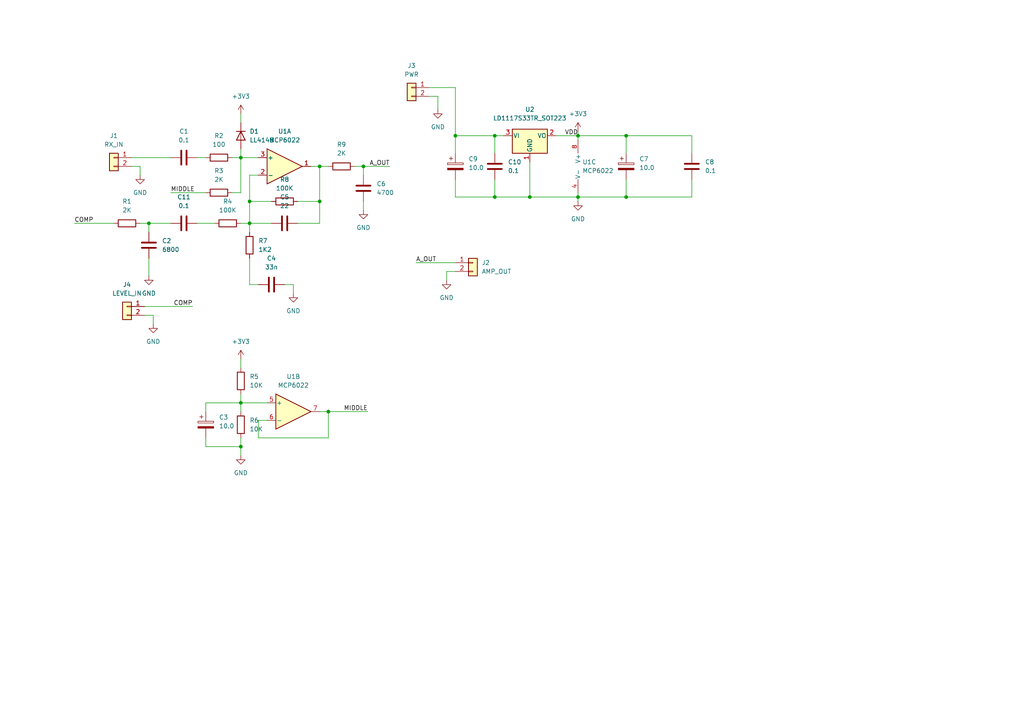
<source format=kicad_sch>
(kicad_sch (version 20211123) (generator eeschema)
  (paper "A4")
  (lib_symbols
    (symbol "Amplifier_Operational:MCP6022" (pin_names (offset 0.127))
      (property "Reference" "U" (at 0 5.08 0))
      (property "Value" "MCP6022" (at 0 -5.08 0))
      (symbol "MCP6022_1_1"
        (polyline (pts (xy -5.08 5.08) (xy 5.08 0) (xy -5.08 -5.08) (xy -5.08 5.08)) (stroke (width 0.254)) (fill (type background)))
        (pin output line (at 7.62 0 180) (length 2.54) (name "~") (number "1"))
        (pin input line (at -7.62 -2.54 0) (length 2.54) (name "-") (number "2"))
        (pin input line (at -7.62 2.54 0) (length 2.54) (name "+") (number "3"))
      )
      (symbol "MCP6022_2_1"
        (polyline (pts (xy -5.08 5.08) (xy 5.08 0) (xy -5.08 -5.08) (xy -5.08 5.08)) (stroke (width 0.254)) (fill (type background)))
        (pin input line (at -7.62 2.54 0) (length 2.54) (name "+") (number "5"))
        (pin input line (at -7.62 -2.54 0) (length 2.54) (name "-") (number "6"))
        (pin output line (at 7.62 0 180) (length 2.54) (name "~") (number "7"))
      )
      (symbol "MCP6022_3_1"
        (pin power_in line (at -2.54 -7.62 90) (length 3.81) (name "V-") (number "4"))
        (pin power_in line (at -2.54 7.62 270) (length 3.81) (name "V+") (number "8"))
      )
    )
    (symbol "Connector_Generic:Conn_01x02" (pin_names (offset 1.016) hide)
      (property "Reference" "J" (at 0 2.54 0))
      (property "Value" "Conn_01x02" (at 0 -5.08 0))
      (symbol "Conn_01x02_1_1"
        (rectangle (start -1.27 -2.413) (end 0 -2.667) (stroke (width 0.1524)))
        (rectangle (start -1.27 0.127) (end 0 -0.127) (stroke (width 0.1524)))
        (rectangle (start -1.27 1.27) (end 1.27 -3.81) (stroke (width 0.254)) (fill (type background)))
        (pin passive line (at -5.08 0 0) (length 3.81) (name "Pin_1") (number "1"))
        (pin passive line (at -5.08 -2.54 0) (length 3.81) (name "Pin_2") (number "2"))
      )
    )
    (symbol "Device:C" (pin_numbers hide) (pin_names (offset 0.254))
      (property "Reference" "C" (at 0.635 2.54 0))
      (property "Value" "C" (at 0.635 -2.54 0))
      (symbol "C_0_1"
        (polyline (pts (xy -2.032 -0.762) (xy 2.032 -0.762)) (stroke (width 0.508)))
        (polyline (pts (xy -2.032 0.762) (xy 2.032 0.762)) (stroke (width 0.508)))
      )
      (symbol "C_1_1"
        (pin passive line (at 0 3.81 270) (length 2.794) (name "~") (number "1"))
        (pin passive line (at 0 -3.81 90) (length 2.794) (name "~") (number "2"))
      )
    )
    (symbol "Device:C_Polarized" (pin_numbers hide) (pin_names (offset 0.254))
      (property "Reference" "C" (at 0.635 2.54 0))
      (property "Value" "C_Polarized" (at 0.635 -2.54 0))
      (symbol "C_Polarized_0_1"
        (rectangle (start -2.286 0.508) (end 2.286 1.016))
        (polyline (pts (xy -1.778 2.286) (xy -0.762 2.286)))
        (polyline (pts (xy -1.27 2.794) (xy -1.27 1.778)))
        (rectangle (start 2.286 -0.508) (end -2.286 -1.016) (fill (type outline)))
      )
      (symbol "C_Polarized_1_1"
        (pin passive line (at 0 3.81 270) (length 2.794) (name "~") (number "1"))
        (pin passive line (at 0 -3.81 90) (length 2.794) (name "~") (number "2"))
      )
    )
    (symbol "Device:R" (pin_numbers hide) (pin_names (offset 0))
      (property "Reference" "R" (at 2.032 0 90))
      (property "Value" "R" (at 0 0 90))
      (symbol "R_0_1"
        (rectangle (start -1.016 -2.54) (end 1.016 2.54) (stroke (width 0.254)))
      )
      (symbol "R_1_1"
        (pin passive line (at 0 3.81 270) (length 1.27) (name "~") (number "1"))
        (pin passive line (at 0 -3.81 90) (length 1.27) (name "~") (number "2"))
      )
    )
    (symbol "Diode:LL4148" (pin_numbers hide) (pin_names hide)
      (property "Reference" "D" (at 0 2.54 0))
      (property "Value" "LL4148" (at 0 -2.54 0))
      (symbol "LL4148_0_1"
        (polyline (pts (xy -1.27 1.27) (xy -1.27 -1.27)) (stroke (width 0.254)))
        (polyline (pts (xy 1.27 0) (xy -1.27 0)))
        (polyline (pts (xy 1.27 1.27) (xy 1.27 -1.27) (xy -1.27 0) (xy 1.27 1.27)) (stroke (width 0.254)))
      )
      (symbol "LL4148_1_1"
        (pin passive line (at -3.81 0 0) (length 2.54) (name "K") (number "1"))
        (pin passive line (at 3.81 0 180) (length 2.54) (name "A") (number "2"))
      )
    )
    (symbol "Regulator_Linear:LD1117S33TR_SOT223" (pin_names (offset 0.254))
      (property "Reference" "U" (at -3.81 3.175 0))
      (property "Value" "LD1117S33TR_SOT223" (at 0 3.175 0))
      (symbol "LD1117S33TR_SOT223_0_1"
        (rectangle (start -5.08 -5.08) (end 5.08 1.905) (stroke (width 0.254)) (fill (type background)))
      )
      (symbol "LD1117S33TR_SOT223_1_1"
        (pin power_in line (at 0 -7.62 90) (length 2.54) (name "GND") (number "1"))
        (pin power_out line (at 7.62 0 180) (length 2.54) (name "VO") (number "2"))
        (pin power_in line (at -7.62 0 0) (length 2.54) (name "VI") (number "3"))
      )
    )
    (symbol "power:+3V3" (power) (pin_names (offset 0))
      (property "Value" "+3V3" (at 0 3.556 0))
      (symbol "+3V3_0_1"
        (polyline (pts (xy -0.762 1.27) (xy 0 2.54)))
        (polyline (pts (xy 0 0) (xy 0 2.54)))
        (polyline (pts (xy 0 2.54) (xy 0.762 1.27)))
      )
      (symbol "+3V3_1_1"
        (pin power_in line (at 0 0 90) (length 0) hide (name "+3V3") (number "1"))
      )
    )
    (symbol "power:GND" (power) (pin_names (offset 0))
      (property "Value" "GND" (at 0 -3.81 0))
      (symbol "GND_0_1"
        (polyline (pts (xy 0 0) (xy 0 -1.27) (xy 1.27 -1.27) (xy 0 -2.54) (xy -1.27 -1.27) (xy 0 -1.27)))
      )
      (symbol "GND_1_1"
        (pin power_in line (at 0 0 270) (length 0) hide (name "GND") (number "1"))
      )
    )
  )
  (junction (at 105.41 48.26))
  (junction (at 153.67 57.15))
  (junction (at 92.71 58.42))
  (junction (at 95.25 119.38))
  (junction (at 132.08 39.37))
  (junction (at 69.85 45.72))
  (junction (at 143.51 39.37))
  (junction (at 72.39 58.42))
  (junction (at 181.61 57.15))
  (junction (at 92.71 48.26))
  (junction (at 167.64 39.37))
  (junction (at 69.85 116.84))
  (junction (at 181.61 39.37))
  (junction (at 167.64 57.15))
  (junction (at 69.85 129.54))
  (junction (at 43.18 64.77))
  (junction (at 143.51 57.15))
  (junction (at 72.39 64.77))
  (wire (pts (xy 69.85 45.72) (xy 74.93 45.72)))
  (wire (pts (xy 105.41 50.8) (xy 105.41 48.26)))
  (wire (pts (xy 86.36 64.77) (xy 92.71 64.77)))
  (wire (pts (xy 105.41 48.26) (xy 102.87 48.26)))
  (wire (pts (xy 43.18 74.93) (xy 43.18 80.01)))
  (wire (pts (xy 59.69 129.54) (xy 69.85 129.54)))
  (wire (pts (xy 43.18 64.77) (xy 49.53 64.77)))
  (wire (pts (xy 43.18 64.77) (xy 43.18 67.31)))
  (wire (pts (xy 124.46 25.4) (xy 132.08 25.4)))
  (wire (pts (xy 120.65 76.2) (xy 132.08 76.2)))
  (wire (pts (xy 143.51 39.37) (xy 146.05 39.37)))
  (wire (pts (xy 105.41 58.42) (xy 105.41 60.96)))
  (wire (pts (xy 200.66 57.15) (xy 181.61 57.15)))
  (wire (pts (xy 167.64 55.88) (xy 167.64 57.15)))
  (wire (pts (xy 167.64 57.15) (xy 167.64 58.42)))
  (wire (pts (xy 153.67 57.15) (xy 167.64 57.15)))
  (wire (pts (xy 72.39 74.93) (xy 72.39 82.55)))
  (wire (pts (xy 41.91 91.44) (xy 44.45 91.44)))
  (wire (pts (xy 69.85 43.18) (xy 69.85 45.72)))
  (wire (pts (xy 40.64 48.26) (xy 38.1 48.26)))
  (wire (pts (xy 74.93 121.92) (xy 74.93 127)))
  (wire (pts (xy 200.66 39.37) (xy 181.61 39.37)))
  (wire (pts (xy 69.85 33.02) (xy 69.85 35.56)))
  (wire (pts (xy 74.93 82.55) (xy 72.39 82.55)))
  (wire (pts (xy 200.66 44.45) (xy 200.66 39.37)))
  (wire (pts (xy 69.85 45.72) (xy 69.85 55.88)))
  (wire (pts (xy 57.15 45.72) (xy 59.69 45.72)))
  (wire (pts (xy 132.08 39.37) (xy 143.51 39.37)))
  (wire (pts (xy 132.08 25.4) (xy 132.08 39.37)))
  (wire (pts (xy 69.85 114.3) (xy 69.85 116.84)))
  (wire (pts (xy 200.66 52.07) (xy 200.66 57.15)))
  (wire (pts (xy 105.41 48.26) (xy 113.03 48.26)))
  (wire (pts (xy 78.74 58.42) (xy 72.39 58.42)))
  (wire (pts (xy 69.85 127) (xy 69.85 129.54)))
  (wire (pts (xy 86.36 58.42) (xy 92.71 58.42)))
  (wire (pts (xy 95.25 119.38) (xy 106.68 119.38)))
  (wire (pts (xy 129.54 81.28) (xy 129.54 78.74)))
  (wire (pts (xy 127 31.75) (xy 127 27.94)))
  (wire (pts (xy 69.85 116.84) (xy 77.47 116.84)))
  (wire (pts (xy 127 27.94) (xy 124.46 27.94)))
  (wire (pts (xy 143.51 44.45) (xy 143.51 39.37)))
  (wire (pts (xy 85.09 82.55) (xy 82.55 82.55)))
  (wire (pts (xy 38.1 45.72) (xy 49.53 45.72)))
  (wire (pts (xy 92.71 48.26) (xy 90.17 48.26)))
  (wire (pts (xy 92.71 48.26) (xy 95.25 48.26)))
  (wire (pts (xy 143.51 57.15) (xy 153.67 57.15)))
  (wire (pts (xy 181.61 52.07) (xy 181.61 57.15)))
  (wire (pts (xy 69.85 64.77) (xy 72.39 64.77)))
  (wire (pts (xy 143.51 52.07) (xy 143.51 57.15)))
  (wire (pts (xy 95.25 127) (xy 95.25 119.38)))
  (wire (pts (xy 59.69 116.84) (xy 69.85 116.84)))
  (wire (pts (xy 181.61 44.45) (xy 181.61 39.37)))
  (wire (pts (xy 40.64 64.77) (xy 43.18 64.77)))
  (wire (pts (xy 41.91 88.9) (xy 55.88 88.9)))
  (wire (pts (xy 181.61 57.15) (xy 167.64 57.15)))
  (wire (pts (xy 153.67 46.99) (xy 153.67 57.15)))
  (wire (pts (xy 72.39 58.42) (xy 72.39 50.8)))
  (wire (pts (xy 72.39 64.77) (xy 72.39 58.42)))
  (wire (pts (xy 57.15 64.77) (xy 62.23 64.77)))
  (wire (pts (xy 132.08 44.45) (xy 132.08 39.37)))
  (wire (pts (xy 92.71 119.38) (xy 95.25 119.38)))
  (wire (pts (xy 72.39 64.77) (xy 72.39 67.31)))
  (wire (pts (xy 67.31 55.88) (xy 69.85 55.88)))
  (wire (pts (xy 44.45 93.98) (xy 44.45 91.44)))
  (wire (pts (xy 92.71 58.42) (xy 92.71 48.26)))
  (wire (pts (xy 78.74 64.77) (xy 72.39 64.77)))
  (wire (pts (xy 132.08 57.15) (xy 143.51 57.15)))
  (wire (pts (xy 67.31 45.72) (xy 69.85 45.72)))
  (wire (pts (xy 74.93 127) (xy 95.25 127)))
  (wire (pts (xy 167.64 38.1) (xy 167.64 39.37)))
  (wire (pts (xy 40.64 50.8) (xy 40.64 48.26)))
  (wire (pts (xy 132.08 52.07) (xy 132.08 57.15)))
  (wire (pts (xy 69.85 129.54) (xy 69.85 132.08)))
  (wire (pts (xy 49.53 55.88) (xy 59.69 55.88)))
  (wire (pts (xy 85.09 85.09) (xy 85.09 82.55)))
  (wire (pts (xy 69.85 104.14) (xy 69.85 106.68)))
  (wire (pts (xy 59.69 119.38) (xy 59.69 116.84)))
  (wire (pts (xy 92.71 64.77) (xy 92.71 58.42)))
  (wire (pts (xy 72.39 50.8) (xy 74.93 50.8)))
  (wire (pts (xy 77.47 121.92) (xy 74.93 121.92)))
  (wire (pts (xy 59.69 127) (xy 59.69 129.54)))
  (wire (pts (xy 129.54 78.74) (xy 132.08 78.74)))
  (wire (pts (xy 69.85 116.84) (xy 69.85 119.38)))
  (wire (pts (xy 181.61 39.37) (xy 167.64 39.37)))
  (wire (pts (xy 167.64 39.37) (xy 167.64 40.64)))
  (wire (pts (xy 21.59 64.77) (xy 33.02 64.77)))
  (wire (pts (xy 161.29 39.37) (xy 167.64 39.37)))
  (label "COMP" (at 55.88 88.9 180))
  (label "COMP" (at 21.59 64.77 0))
  (label "MIDDLE" (at 106.68 119.38 180))
  (label "MIDDLE" (at 49.53 55.88 0))
  (label "A_OUT" (at 113.03 48.26 180))
  (label "VDD" (at 167.64 39.37 180))
  (label "A_OUT" (at 120.65 76.2 0))
  (symbol (lib_id "Diode:LL4148") (at 69.85 39.37 270) (unit 1)
    (property "Reference" "D1" (at 72.39 38.0999 90) (effects (justify left)))
    (property "Value" "LL4148" (at 72.39 40.6399 90) (effects (justify left)))
    (property "Footprint" "Diode_SMD:D_1206_3216Metric_Pad1.42x1.75mm_HandSolder" (effects hide))
    (property "Datasheet" "http://www.vishay.com/docs/85557/ll4148.pdf" (effects hide))
  )
  (symbol (lib_id "Amplifier_Operational:MCP6022") (at 82.55 48.26 0) (unit 1)
    (property "Reference" "U1" (at 82.55 38.1 0))
    (property "Value" "MCP6022" (at 82.55 40.64 0))
    (property "Footprint" "Package_SO:SOIC-8_3.9x4.9mm_P1.27mm" (effects hide))
    (property "Datasheet" "http://ww1.microchip.com/downloads/en/devicedoc/20001685e.pdf" (effects hide))
  )
  (symbol (lib_id "Device:C") (at 53.34 64.77 90) (unit 1)
    (property "Reference" "C11" (at 53.34 57.15 90))
    (property "Value" "0.1" (at 53.34 59.69 90))
    (property "Footprint" "Capacitor_SMD:C_1206_3216Metric_Pad1.33x1.80mm_HandSolder" (effects hide))
  )
  (symbol (lib_id "power:GND") (at 44.45 93.98 0) (unit 1)
    (property "Reference" "#PWR0101" (effects hide))
    (property "Value" "GND" (at 44.45 99.06 0))
  )
  (symbol (lib_id "Device:C") (at 82.55 64.77 90) (unit 1)
    (property "Reference" "C5" (at 82.55 57.15 90))
    (property "Value" "22" (at 82.55 59.69 90))
    (property "Footprint" "Capacitor_THT:C_Disc_D8.0mm_W2.5mm_P5.00mm" (effects hide))
  )
  (symbol (lib_id "power:GND") (at 127 31.75 0) (unit 1)
    (property "Reference" "#PWR0102" (effects hide))
    (property "Value" "GND" (at 127 36.83 0))
  )
  (symbol (lib_id "Device:R") (at 72.39 71.12 180) (unit 1)
    (property "Reference" "R7" (at 74.93 69.8499 0) (effects (justify right)))
    (property "Value" "1K2" (at 74.93 72.3899 0) (effects (justify right)))
    (property "Footprint" "Resistor_SMD:R_1206_3216Metric_Pad1.30x1.75mm_HandSolder" (effects hide))
  )
  (symbol (lib_id "Connector_Generic:Conn_01x02") (at 33.02 45.72 0) (mirror y) (unit 1)
    (property "Reference" "J1" (at 33.02 39.37 0))
    (property "Value" "RX_IN" (at 33.02 41.91 0))
    (property "Footprint" "Connector_PinHeader_2.54mm:PinHeader_1x02_P2.54mm_Vertical" (effects hide))
  )
  (symbol (lib_id "Device:R") (at 69.85 110.49 0) (unit 1)
    (property "Reference" "R5" (at 72.39 109.2199 0) (effects (justify left)))
    (property "Value" "10K" (at 72.39 111.7599 0) (effects (justify left)))
    (property "Footprint" "Resistor_SMD:R_1206_3216Metric_Pad1.30x1.75mm_HandSolder" (effects hide))
  )
  (symbol (lib_id "power:GND") (at 69.85 132.08 0) (unit 1)
    (property "Reference" "#PWR05" (effects hide))
    (property "Value" "GND" (at 69.85 137.16 0))
  )
  (symbol (lib_id "Device:R") (at 99.06 48.26 90) (unit 1)
    (property "Reference" "R9" (at 99.06 41.91 90))
    (property "Value" "2K" (at 99.06 44.45 90))
    (property "Footprint" "Resistor_SMD:R_1206_3216Metric_Pad1.30x1.75mm_HandSolder" (effects hide))
  )
  (symbol (lib_id "Device:R") (at 63.5 45.72 90) (unit 1)
    (property "Reference" "R2" (at 63.5 39.37 90))
    (property "Value" "100" (at 63.5 41.91 90))
    (property "Footprint" "Resistor_SMD:R_1206_3216Metric_Pad1.30x1.75mm_HandSolder" (effects hide))
  )
  (symbol (lib_id "Device:R") (at 69.85 123.19 0) (unit 1)
    (property "Reference" "R6" (at 72.39 121.9199 0) (effects (justify left)))
    (property "Value" "10K" (at 72.39 124.4599 0) (effects (justify left)))
    (property "Footprint" "Resistor_SMD:R_1206_3216Metric_Pad1.30x1.75mm_HandSolder" (effects hide))
  )
  (symbol (lib_id "Device:C") (at 43.18 71.12 0) (unit 1)
    (property "Reference" "C2" (at 46.99 69.8499 0) (effects (justify left)))
    (property "Value" "6800" (at 46.99 72.3899 0) (effects (justify left)))
    (property "Footprint" "Capacitor_THT:C_Disc_D3.4mm_W2.1mm_P2.50mm" (effects hide))
  )
  (symbol (lib_id "Regulator_Linear:LD1117S33TR_SOT223") (at 153.67 39.37 0) (unit 1)
    (property "Reference" "U2" (at 153.67 31.75 0))
    (property "Value" "LD1117S33TR_SOT223" (at 153.67 34.29 0))
    (property "Footprint" "Package_TO_SOT_SMD:SOT-223-3_TabPin2" (effects hide))
    (property "Datasheet" "http://www.st.com/st-web-ui/static/active/en/resource/technical/document/datasheet/CD00000544.pdf" (effects hide))
  )
  (symbol (lib_id "power:GND") (at 85.09 85.09 0) (unit 1)
    (property "Reference" "#PWR06" (effects hide))
    (property "Value" "GND" (at 85.09 90.17 0))
  )
  (symbol (lib_id "Device:C") (at 200.66 48.26 0) (unit 1)
    (property "Reference" "C8" (at 204.47 46.9899 0) (effects (justify left)))
    (property "Value" "0.1" (at 204.47 49.5299 0) (effects (justify left)))
    (property "Footprint" "Capacitor_SMD:C_1206_3216Metric_Pad1.33x1.80mm_HandSolder" (effects hide))
  )
  (symbol (lib_id "power:+3V3") (at 69.85 104.14 0) (unit 1)
    (property "Reference" "#PWR04" (effects hide))
    (property "Value" "+3V3" (at 69.85 99.06 0))
  )
  (symbol (lib_id "Device:C_Polarized") (at 132.08 48.26 0) (unit 1)
    (property "Reference" "C9" (at 135.89 46.1009 0) (effects (justify left)))
    (property "Value" "10.0" (at 135.89 48.6409 0) (effects (justify left)))
    (property "Footprint" "Capacitor_Tantalum_SMD:CP_EIA-7132-20_AVX-U_Pad2.72x3.50mm_HandSolder" (effects hide))
  )
  (symbol (lib_id "power:GND") (at 167.64 58.42 0) (unit 1)
    (property "Reference" "#PWR010" (effects hide))
    (property "Value" "GND" (at 167.64 63.5 0))
  )
  (symbol (lib_id "Device:C_Polarized") (at 59.69 123.19 0) (unit 1)
    (property "Reference" "C3" (at 63.5 121.0309 0) (effects (justify left)))
    (property "Value" "10.0" (at 63.5 123.5709 0) (effects (justify left)))
    (property "Footprint" "Capacitor_Tantalum_SMD:CP_EIA-7132-28_AVX-C_Pad2.72x3.50mm_HandSolder" (effects hide))
  )
  (symbol (lib_id "Amplifier_Operational:MCP6022") (at 85.09 119.38 0) (unit 2)
    (property "Reference" "U1" (at 85.09 109.22 0))
    (property "Value" "MCP6022" (at 85.09 111.76 0))
    (property "Footprint" "Package_SO:SOIC-8_3.9x4.9mm_P1.27mm" (effects hide))
    (property "Datasheet" "http://ww1.microchip.com/downloads/en/devicedoc/20001685e.pdf" (effects hide))
  )
  (symbol (lib_id "Device:C") (at 78.74 82.55 90) (unit 1)
    (property "Reference" "C4" (at 78.74 74.93 90))
    (property "Value" "33n" (at 78.74 77.47 90))
    (property "Footprint" "Capacitor_THT:C_Disc_D8.0mm_W2.5mm_P5.00mm" (effects hide))
  )
  (symbol (lib_id "Device:C") (at 53.34 45.72 90) (unit 1)
    (property "Reference" "C1" (at 53.34 38.1 90))
    (property "Value" "0.1" (at 53.34 40.64 90))
    (property "Footprint" "Capacitor_SMD:C_1206_3216Metric_Pad1.33x1.80mm_HandSolder" (effects hide))
  )
  (symbol (lib_id "power:GND") (at 40.64 50.8 0) (unit 1)
    (property "Reference" "#PWR01" (effects hide))
    (property "Value" "GND" (at 40.64 55.88 0))
  )
  (symbol (lib_id "power:+3V3") (at 69.85 33.02 0) (unit 1)
    (property "Reference" "#PWR03" (effects hide))
    (property "Value" "+3V3" (at 69.85 27.94 0))
  )
  (symbol (lib_id "Device:R") (at 63.5 55.88 90) (unit 1)
    (property "Reference" "R3" (at 63.5 49.53 90))
    (property "Value" "2K" (at 63.5 52.07 90))
    (property "Footprint" "Resistor_SMD:R_1206_3216Metric_Pad1.30x1.75mm_HandSolder" (effects hide))
  )
  (symbol (lib_id "power:GND") (at 43.18 80.01 0) (unit 1)
    (property "Reference" "#PWR02" (effects hide))
    (property "Value" "GND" (at 43.18 85.09 0))
  )
  (symbol (lib_id "Device:R") (at 36.83 64.77 90) (unit 1)
    (property "Reference" "R1" (at 36.83 58.42 90))
    (property "Value" "2K" (at 36.83 60.96 90))
    (property "Footprint" "Resistor_SMD:R_1206_3216Metric_Pad1.30x1.75mm_HandSolder" (effects hide))
  )
  (symbol (lib_id "Amplifier_Operational:MCP6022") (at 170.18 48.26 0) (unit 3)
    (property "Reference" "U1" (at 168.91 46.9899 0) (effects (justify left)))
    (property "Value" "MCP6022" (at 168.91 49.5299 0) (effects (justify left)))
    (property "Footprint" "Package_SO:SOIC-8_3.9x4.9mm_P1.27mm" (effects hide))
    (property "Datasheet" "http://ww1.microchip.com/downloads/en/devicedoc/20001685e.pdf" (effects hide))
  )
  (symbol (lib_id "power:GND") (at 129.54 81.28 0) (unit 1)
    (property "Reference" "#PWR08" (effects hide))
    (property "Value" "GND" (at 129.54 86.36 0))
  )
  (symbol (lib_id "Device:C") (at 143.51 48.26 0) (unit 1)
    (property "Reference" "C10" (at 147.32 46.9899 0) (effects (justify left)))
    (property "Value" "0.1" (at 147.32 49.5299 0) (effects (justify left)))
    (property "Footprint" "Capacitor_SMD:C_1206_3216Metric_Pad1.33x1.80mm_HandSolder" (effects hide))
  )
  (symbol (lib_id "Device:R") (at 82.55 58.42 90) (unit 1)
    (property "Reference" "R8" (at 82.55 52.07 90))
    (property "Value" "100K" (at 82.55 54.61 90))
    (property "Footprint" "Resistor_SMD:R_1206_3216Metric_Pad1.30x1.75mm_HandSolder" (effects hide))
  )
  (symbol (lib_id "Device:C_Polarized") (at 181.61 48.26 0) (unit 1)
    (property "Reference" "C7" (at 185.42 46.1009 0) (effects (justify left)))
    (property "Value" "10.0" (at 185.42 48.6409 0) (effects (justify left)))
    (property "Footprint" "Capacitor_Tantalum_SMD:CP_EIA-7132-20_AVX-U_Pad2.72x3.50mm_HandSolder" (effects hide))
  )
  (symbol (lib_id "power:+3V3") (at 167.64 38.1 0) (unit 1)
    (property "Reference" "#PWR09" (effects hide))
    (property "Value" "+3V3" (at 167.64 33.02 0))
  )
  (symbol (lib_id "Connector_Generic:Conn_01x02") (at 119.38 25.4 0) (mirror y) (unit 1)
    (property "Reference" "J3" (at 119.38 19.05 0))
    (property "Value" "PWR" (at 119.38 21.59 0))
    (property "Footprint" "Connector_PinHeader_2.54mm:PinHeader_1x02_P2.54mm_Vertical" (effects hide))
  )
  (symbol (lib_id "Connector_Generic:Conn_01x02") (at 36.83 88.9 0) (mirror y) (unit 1)
    (property "Reference" "J4" (at 36.83 82.55 0))
    (property "Value" "LEVEL_IN" (at 36.83 85.09 0))
    (property "Footprint" "Connector_PinHeader_2.54mm:PinHeader_1x02_P2.54mm_Vertical" (effects hide))
  )
  (symbol (lib_id "power:GND") (at 105.41 60.96 0) (unit 1)
    (property "Reference" "#PWR07" (effects hide))
    (property "Value" "GND" (at 105.41 66.04 0))
  )
  (symbol (lib_id "Connector_Generic:Conn_01x02") (at 137.16 76.2 0) (unit 1)
    (property "Reference" "J2" (at 139.7 76.1999 0) (effects (justify left)))
    (property "Value" "AMP_OUT" (at 139.7 78.7399 0) (effects (justify left)))
    (property "Footprint" "Connector_PinHeader_2.54mm:PinHeader_1x02_P2.54mm_Vertical" (effects hide))
  )
  (symbol (lib_id "Device:R") (at 66.04 64.77 90) (unit 1)
    (property "Reference" "R4" (at 66.04 58.42 90))
    (property "Value" "100K" (at 66.04 60.96 90))
    (property "Footprint" "Resistor_SMD:R_1206_3216Metric_Pad1.30x1.75mm_HandSolder" (effects hide))
  )
  (symbol (lib_id "Device:C") (at 105.41 54.61 180) (unit 1)
    (property "Reference" "C6" (at 109.22 53.3399 0) (effects (justify right)))
    (property "Value" "4700" (at 109.22 55.8799 0) (effects (justify right)))
    (property "Footprint" "Capacitor_THT:C_Disc_D3.4mm_W2.1mm_P2.50mm" (effects hide))
  )
)
</source>
